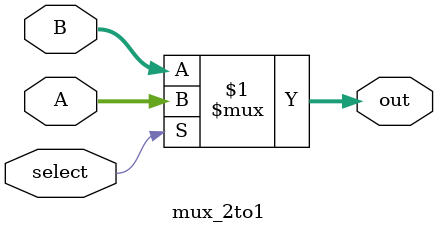
<source format=v>
`timescale 1ns / 1ps

// Author: Rohan Tammara
// Last Modified: 2/4/19
//////////////////////////////////////////////////////////////////////////////////


module mux_2to1(
    input [31:0] A,
    input [31:0] B,
    input select,
    output [31:0] out
    );
    
    assign out = select ? A:B;
    
endmodule

</source>
